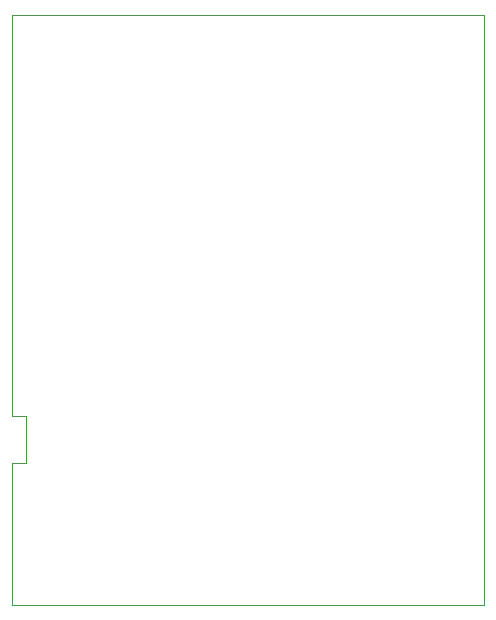
<source format=gm1>
%TF.GenerationSoftware,KiCad,Pcbnew,(5.1.10)-1*%
%TF.CreationDate,2023-06-21T21:16:52+09:00*%
%TF.ProjectId,pokecom_cas_if,706f6b65-636f-46d5-9f63-61735f69662e,rev?*%
%TF.SameCoordinates,Original*%
%TF.FileFunction,Profile,NP*%
%FSLAX46Y46*%
G04 Gerber Fmt 4.6, Leading zero omitted, Abs format (unit mm)*
G04 Created by KiCad (PCBNEW (5.1.10)-1) date 2023-06-21 21:16:52*
%MOMM*%
%LPD*%
G01*
G04 APERTURE LIST*
%TA.AperFunction,Profile*%
%ADD10C,0.015000*%
%TD*%
%TA.AperFunction,Profile*%
%ADD11C,0.010000*%
%TD*%
G04 APERTURE END LIST*
D10*
X-355000000Y530000000D02*
X-355000000Y560000000D01*
X-355000000Y518000000D02*
X-355000000Y510000000D01*
X-315000000Y510000000D02*
X-355000000Y510000000D01*
X-315000000Y560000000D02*
X-315000000Y510000000D01*
X-355000000Y560000000D02*
X-315000000Y560000000D01*
D11*
%TO.C,J4*%
X-355000000Y522000000D02*
X-355000000Y518000000D01*
X-353800000Y522000000D02*
X-355000000Y522000000D01*
X-353800000Y526000000D02*
X-353800000Y522000000D01*
X-355000000Y526000000D02*
X-353800000Y526000000D01*
X-355000000Y530000000D02*
X-355000000Y526000000D01*
%TD*%
M02*

</source>
